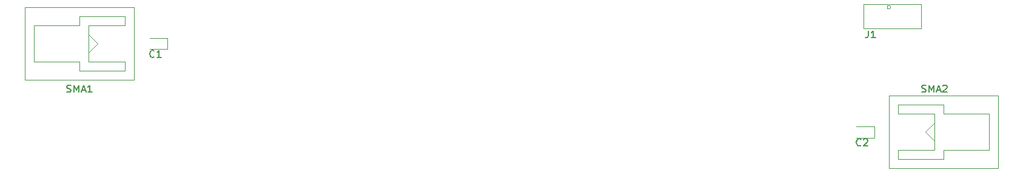
<source format=gbr>
G04 #@! TF.GenerationSoftware,KiCad,Pcbnew,5.1.2-f72e74a~84~ubuntu18.04.1*
G04 #@! TF.CreationDate,2019-11-26T15:09:58+01:00*
G04 #@! TF.ProjectId,FR4_proto2,4652345f-7072-46f7-946f-322e6b696361,rev?*
G04 #@! TF.SameCoordinates,Original*
G04 #@! TF.FileFunction,Legend,Top*
G04 #@! TF.FilePolarity,Positive*
%FSLAX46Y46*%
G04 Gerber Fmt 4.6, Leading zero omitted, Abs format (unit mm)*
G04 Created by KiCad (PCBNEW 5.1.2-f72e74a~84~ubuntu18.04.1) date 2019-11-26 15:09:58*
%MOMM*%
%LPD*%
G04 APERTURE LIST*
%ADD10C,0.120000*%
%ADD11C,0.150000*%
G04 APERTURE END LIST*
D10*
X178285000Y-94165000D02*
X175800000Y-94165000D01*
X178285000Y-95735000D02*
X178285000Y-94165000D01*
X175800000Y-95735000D02*
X178285000Y-95735000D01*
X79625000Y-81765000D02*
X77140000Y-81765000D01*
X79625000Y-83335000D02*
X79625000Y-81765000D01*
X77140000Y-83335000D02*
X79625000Y-83335000D01*
X186690000Y-96220000D02*
X185420000Y-94950000D01*
X186690000Y-93680000D02*
X185420000Y-94950000D01*
X180340000Y-100030000D02*
X195580000Y-100030000D01*
X195580000Y-89870000D02*
X180340000Y-89870000D01*
X181610000Y-97490000D02*
X181610000Y-98760000D01*
X186690000Y-97490000D02*
X181610000Y-97490000D01*
X186690000Y-92410000D02*
X186690000Y-97490000D01*
X181610000Y-92410000D02*
X186690000Y-92410000D01*
X181610000Y-91140000D02*
X181610000Y-92410000D01*
X194310000Y-92410000D02*
X194310000Y-97490000D01*
X187960000Y-92410000D02*
X194310000Y-92410000D01*
X187960000Y-91140000D02*
X187960000Y-92410000D01*
X187960000Y-97490000D02*
X194310000Y-97490000D01*
X187960000Y-98760000D02*
X187960000Y-97490000D01*
X195580000Y-100030000D02*
X195580000Y-89870000D01*
X180340000Y-89870000D02*
X180340000Y-100030000D01*
X187960000Y-98760000D02*
X181610000Y-98760000D01*
X181610000Y-91140000D02*
X187960000Y-91140000D01*
X68580000Y-81280000D02*
X69850000Y-82550000D01*
X68580000Y-83820000D02*
X69850000Y-82550000D01*
X74930000Y-77470000D02*
X59690000Y-77470000D01*
X59690000Y-87630000D02*
X74930000Y-87630000D01*
X73660000Y-80010000D02*
X73660000Y-78740000D01*
X68580000Y-80010000D02*
X73660000Y-80010000D01*
X68580000Y-85090000D02*
X68580000Y-80010000D01*
X73660000Y-85090000D02*
X68580000Y-85090000D01*
X73660000Y-86360000D02*
X73660000Y-85090000D01*
X60960000Y-85090000D02*
X60960000Y-80010000D01*
X67310000Y-85090000D02*
X60960000Y-85090000D01*
X67310000Y-86360000D02*
X67310000Y-85090000D01*
X67310000Y-80010000D02*
X60960000Y-80010000D01*
X67310000Y-78740000D02*
X67310000Y-80010000D01*
X59690000Y-77470000D02*
X59690000Y-87630000D01*
X74930000Y-87630000D02*
X74930000Y-77470000D01*
X67310000Y-78740000D02*
X73660000Y-78740000D01*
X73660000Y-86360000D02*
X67310000Y-86360000D01*
X180590000Y-77470000D02*
G75*
G03X180590000Y-77470000I-250000J0D01*
G01*
X176770000Y-77040000D02*
X184870000Y-77040000D01*
X184870000Y-80440000D02*
X176770000Y-80440000D01*
X176770000Y-77040000D02*
X176770000Y-80440000D01*
X184870000Y-77040000D02*
X184870000Y-80440000D01*
D11*
X176433333Y-96787142D02*
X176385714Y-96834761D01*
X176242857Y-96882380D01*
X176147619Y-96882380D01*
X176004761Y-96834761D01*
X175909523Y-96739523D01*
X175861904Y-96644285D01*
X175814285Y-96453809D01*
X175814285Y-96310952D01*
X175861904Y-96120476D01*
X175909523Y-96025238D01*
X176004761Y-95930000D01*
X176147619Y-95882380D01*
X176242857Y-95882380D01*
X176385714Y-95930000D01*
X176433333Y-95977619D01*
X176814285Y-95977619D02*
X176861904Y-95930000D01*
X176957142Y-95882380D01*
X177195238Y-95882380D01*
X177290476Y-95930000D01*
X177338095Y-95977619D01*
X177385714Y-96072857D01*
X177385714Y-96168095D01*
X177338095Y-96310952D01*
X176766666Y-96882380D01*
X177385714Y-96882380D01*
X77773333Y-84387142D02*
X77725714Y-84434761D01*
X77582857Y-84482380D01*
X77487619Y-84482380D01*
X77344761Y-84434761D01*
X77249523Y-84339523D01*
X77201904Y-84244285D01*
X77154285Y-84053809D01*
X77154285Y-83910952D01*
X77201904Y-83720476D01*
X77249523Y-83625238D01*
X77344761Y-83530000D01*
X77487619Y-83482380D01*
X77582857Y-83482380D01*
X77725714Y-83530000D01*
X77773333Y-83577619D01*
X78725714Y-84482380D02*
X78154285Y-84482380D01*
X78440000Y-84482380D02*
X78440000Y-83482380D01*
X78344761Y-83625238D01*
X78249523Y-83720476D01*
X78154285Y-83768095D01*
X184928095Y-89304761D02*
X185070952Y-89352380D01*
X185309047Y-89352380D01*
X185404285Y-89304761D01*
X185451904Y-89257142D01*
X185499523Y-89161904D01*
X185499523Y-89066666D01*
X185451904Y-88971428D01*
X185404285Y-88923809D01*
X185309047Y-88876190D01*
X185118571Y-88828571D01*
X185023333Y-88780952D01*
X184975714Y-88733333D01*
X184928095Y-88638095D01*
X184928095Y-88542857D01*
X184975714Y-88447619D01*
X185023333Y-88400000D01*
X185118571Y-88352380D01*
X185356666Y-88352380D01*
X185499523Y-88400000D01*
X185928095Y-89352380D02*
X185928095Y-88352380D01*
X186261428Y-89066666D01*
X186594761Y-88352380D01*
X186594761Y-89352380D01*
X187023333Y-89066666D02*
X187499523Y-89066666D01*
X186928095Y-89352380D02*
X187261428Y-88352380D01*
X187594761Y-89352380D01*
X187880476Y-88447619D02*
X187928095Y-88400000D01*
X188023333Y-88352380D01*
X188261428Y-88352380D01*
X188356666Y-88400000D01*
X188404285Y-88447619D01*
X188451904Y-88542857D01*
X188451904Y-88638095D01*
X188404285Y-88780952D01*
X187832857Y-89352380D01*
X188451904Y-89352380D01*
X65548095Y-89304761D02*
X65690952Y-89352380D01*
X65929047Y-89352380D01*
X66024285Y-89304761D01*
X66071904Y-89257142D01*
X66119523Y-89161904D01*
X66119523Y-89066666D01*
X66071904Y-88971428D01*
X66024285Y-88923809D01*
X65929047Y-88876190D01*
X65738571Y-88828571D01*
X65643333Y-88780952D01*
X65595714Y-88733333D01*
X65548095Y-88638095D01*
X65548095Y-88542857D01*
X65595714Y-88447619D01*
X65643333Y-88400000D01*
X65738571Y-88352380D01*
X65976666Y-88352380D01*
X66119523Y-88400000D01*
X66548095Y-89352380D02*
X66548095Y-88352380D01*
X66881428Y-89066666D01*
X67214761Y-88352380D01*
X67214761Y-89352380D01*
X67643333Y-89066666D02*
X68119523Y-89066666D01*
X67548095Y-89352380D02*
X67881428Y-88352380D01*
X68214761Y-89352380D01*
X69071904Y-89352380D02*
X68500476Y-89352380D01*
X68786190Y-89352380D02*
X68786190Y-88352380D01*
X68690952Y-88495238D01*
X68595714Y-88590476D01*
X68500476Y-88638095D01*
X177466666Y-80732380D02*
X177466666Y-81446666D01*
X177419047Y-81589523D01*
X177323809Y-81684761D01*
X177180952Y-81732380D01*
X177085714Y-81732380D01*
X178466666Y-81732380D02*
X177895238Y-81732380D01*
X178180952Y-81732380D02*
X178180952Y-80732380D01*
X178085714Y-80875238D01*
X177990476Y-80970476D01*
X177895238Y-81018095D01*
M02*

</source>
